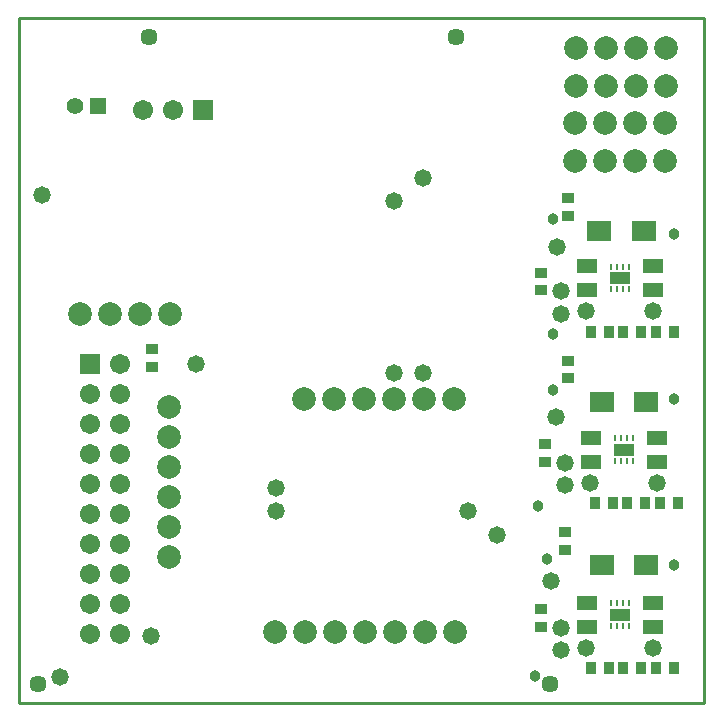
<source format=gts>
G04*
G04 #@! TF.GenerationSoftware,Altium Limited,Altium Designer,22.4.2 (48)*
G04*
G04 Layer_Color=8388736*
%FSLAX25Y25*%
%MOIN*%
G70*
G04*
G04 #@! TF.SameCoordinates,78AC0251-C41B-4C09-997F-A4DA7E128E32*
G04*
G04*
G04 #@! TF.FilePolarity,Negative*
G04*
G01*
G75*
%ADD14C,0.01000*%
%ADD18R,0.04343X0.03556*%
%ADD19C,0.03800*%
%ADD20R,0.07887X0.07099*%
%ADD21R,0.03556X0.04343*%
%ADD22R,0.06800X0.04800*%
%ADD23R,0.01102X0.01968*%
%ADD24C,0.07887*%
%ADD25C,0.02800*%
%ADD26C,0.05701*%
%ADD27C,0.06706*%
%ADD28R,0.06706X0.06706*%
%ADD29R,0.06706X0.06706*%
%ADD30R,0.05524X0.05524*%
%ADD31C,0.05524*%
%ADD32C,0.05800*%
G36*
X203794Y142520D02*
Y139732D01*
X196994D01*
Y142520D01*
Y143732D01*
X203794D01*
Y142520D01*
D02*
G37*
G36*
X205125Y85355D02*
Y82568D01*
X198325D01*
Y85355D01*
Y86568D01*
X205125D01*
Y85355D01*
D02*
G37*
G36*
X203794Y30315D02*
Y27528D01*
X196994D01*
Y28740D01*
Y30315D01*
Y31528D01*
X203794D01*
Y30315D01*
D02*
G37*
%LPC*%
G36*
X202731Y142520D02*
X201156D01*
Y140945D01*
X202731D01*
Y142520D01*
D02*
G37*
G36*
X199631D02*
X198056D01*
Y140945D01*
X199631D01*
Y142520D01*
D02*
G37*
G36*
X204063Y85355D02*
X202488D01*
Y83780D01*
X204063D01*
Y85355D01*
D02*
G37*
G36*
X200963D02*
X199388D01*
Y83780D01*
X200963D01*
Y85355D01*
D02*
G37*
G36*
X202731Y30315D02*
X201156D01*
Y28740D01*
X202731D01*
Y30315D01*
D02*
G37*
G36*
X199631D02*
X198056D01*
Y28740D01*
X199631D01*
Y30315D01*
D02*
G37*
%LPD*%
D14*
X0Y0D02*
X228346D01*
X0Y228346D02*
X228346D01*
Y0D02*
Y228346D01*
X0Y0D02*
Y228346D01*
D18*
X183071Y162402D02*
D03*
Y168307D02*
D03*
X44291Y112205D02*
D03*
Y118110D02*
D03*
X175347Y86339D02*
D03*
Y80434D02*
D03*
X183071Y108268D02*
D03*
Y114173D02*
D03*
X182087Y51181D02*
D03*
Y57087D02*
D03*
X174016Y31299D02*
D03*
Y25394D02*
D03*
Y143504D02*
D03*
Y137598D02*
D03*
D19*
X218504Y156496D02*
D03*
Y101378D02*
D03*
Y46260D02*
D03*
X178150Y161417D02*
D03*
Y123031D02*
D03*
X176181Y48228D02*
D03*
X172239Y9252D02*
D03*
X178150Y104331D02*
D03*
X173211Y65777D02*
D03*
D20*
X194291Y100394D02*
D03*
X209252D02*
D03*
X194291Y46260D02*
D03*
X209252D02*
D03*
X193307Y157480D02*
D03*
X208268D02*
D03*
D21*
X212402Y11811D02*
D03*
X218307D02*
D03*
X219639Y66654D02*
D03*
X213733D02*
D03*
X208812D02*
D03*
X202906D02*
D03*
X192080Y66654D02*
D03*
X197985D02*
D03*
X190748Y11614D02*
D03*
X196653D02*
D03*
X207480Y11614D02*
D03*
X201575D02*
D03*
X190748Y123819D02*
D03*
X196653D02*
D03*
X218307Y123819D02*
D03*
X212402D02*
D03*
X207480D02*
D03*
X201575D02*
D03*
D22*
X189370Y25528D02*
D03*
Y33528D02*
D03*
X212749Y80568D02*
D03*
Y88568D02*
D03*
X190702Y80568D02*
D03*
Y88568D02*
D03*
X211417Y25528D02*
D03*
Y33528D02*
D03*
X189370Y137732D02*
D03*
Y145732D02*
D03*
X211417Y137732D02*
D03*
Y145732D02*
D03*
D23*
X198773Y88308D02*
D03*
X200741D02*
D03*
X202710D02*
D03*
X204678D02*
D03*
Y80828D02*
D03*
X202710D02*
D03*
X200741D02*
D03*
X198773D02*
D03*
X197441Y33268D02*
D03*
X199409D02*
D03*
X201378D02*
D03*
X203346D02*
D03*
Y25787D02*
D03*
X201378D02*
D03*
X199409D02*
D03*
X197441D02*
D03*
Y145473D02*
D03*
X199409D02*
D03*
X201378D02*
D03*
X203346D02*
D03*
Y137992D02*
D03*
X201378D02*
D03*
X199409D02*
D03*
X197441D02*
D03*
D24*
X20354Y129921D02*
D03*
X30354D02*
D03*
X40354D02*
D03*
X50354D02*
D03*
X95000Y101378D02*
D03*
X105000D02*
D03*
X115000D02*
D03*
X125000D02*
D03*
X135000D02*
D03*
X145000D02*
D03*
X50197Y48740D02*
D03*
Y58740D02*
D03*
Y68740D02*
D03*
Y78740D02*
D03*
Y88740D02*
D03*
Y98740D02*
D03*
X145315Y23622D02*
D03*
X135315D02*
D03*
X125315D02*
D03*
X115315D02*
D03*
X105315D02*
D03*
X95315D02*
D03*
X85315D02*
D03*
X185512Y180709D02*
D03*
X195512D02*
D03*
X205512D02*
D03*
X215512D02*
D03*
X185669Y218504D02*
D03*
X195669D02*
D03*
X205669D02*
D03*
X215669D02*
D03*
X185669Y205906D02*
D03*
X195669D02*
D03*
X205669D02*
D03*
X215669D02*
D03*
X185512Y193307D02*
D03*
X195512D02*
D03*
X205512D02*
D03*
X215512D02*
D03*
D25*
X201944Y141732D02*
D03*
X198844D02*
D03*
X201944Y29528D02*
D03*
X198844D02*
D03*
X203275Y84568D02*
D03*
X200175D02*
D03*
D26*
X145669Y222047D02*
D03*
X177165Y6299D02*
D03*
X6299D02*
D03*
X43307Y222047D02*
D03*
D27*
X23622Y42992D02*
D03*
Y72992D02*
D03*
X41339Y197835D02*
D03*
X51339D02*
D03*
X33622Y22992D02*
D03*
X23622D02*
D03*
X33622Y32992D02*
D03*
X23622D02*
D03*
X33622Y42992D02*
D03*
Y52992D02*
D03*
X23622D02*
D03*
X33622Y62992D02*
D03*
X23622D02*
D03*
X33622Y72992D02*
D03*
Y82992D02*
D03*
X23622D02*
D03*
X33622Y92992D02*
D03*
X23622D02*
D03*
X33622Y102992D02*
D03*
X23622D02*
D03*
X33622Y112992D02*
D03*
D28*
X61339Y197835D02*
D03*
D29*
X23622Y112992D02*
D03*
D30*
X26575Y199016D02*
D03*
D31*
X18701D02*
D03*
D32*
X7874Y169291D02*
D03*
X44000Y22500D02*
D03*
X134843Y110236D02*
D03*
X125000D02*
D03*
X85630Y63976D02*
D03*
Y71850D02*
D03*
X149606Y63976D02*
D03*
X159449Y56102D02*
D03*
X134843Y175197D02*
D03*
X125000Y167323D02*
D03*
X13780Y8858D02*
D03*
X59055Y113189D02*
D03*
X177505Y40860D02*
D03*
X179134Y95472D02*
D03*
X179528Y152165D02*
D03*
X180709Y137402D02*
D03*
X189075Y130709D02*
D03*
X180709Y129921D02*
D03*
X211417Y130709D02*
D03*
X182040Y80237D02*
D03*
X190406Y73544D02*
D03*
X182040Y72757D02*
D03*
X212749Y73544D02*
D03*
X211417Y18504D02*
D03*
X180709Y17717D02*
D03*
X189075Y18504D02*
D03*
X180709Y25197D02*
D03*
M02*

</source>
